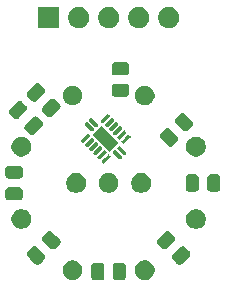
<source format=gbr>
%TF.GenerationSoftware,KiCad,Pcbnew,9.0.3-9.0.3-0~ubuntu22.04.1*%
%TF.CreationDate,2025-07-21T05:59:17-07:00*%
%TF.ProjectId,rotary-switch-shift,726f7461-7279-42d7-9377-697463682d73,rev?*%
%TF.SameCoordinates,Original*%
%TF.FileFunction,Soldermask,Top*%
%TF.FilePolarity,Negative*%
%FSLAX46Y46*%
G04 Gerber Fmt 4.6, Leading zero omitted, Abs format (unit mm)*
G04 Created by KiCad (PCBNEW 9.0.3-9.0.3-0~ubuntu22.04.1) date 2025-07-21 05:59:17*
%MOMM*%
%LPD*%
G01*
G04 APERTURE LIST*
G04 APERTURE END LIST*
G36*
X139415938Y-81769650D02*
G01*
X139424871Y-81773594D01*
X139431300Y-81774531D01*
X139471498Y-81794182D01*
X139512759Y-81812401D01*
X139516578Y-81816220D01*
X139516829Y-81816343D01*
X139583656Y-81883170D01*
X139583778Y-81883420D01*
X139587599Y-81887241D01*
X139605822Y-81928512D01*
X139625468Y-81968699D01*
X139626404Y-81975126D01*
X139630350Y-81984062D01*
X139638000Y-82050000D01*
X139638000Y-82950000D01*
X139630350Y-83015938D01*
X139626404Y-83024874D01*
X139625468Y-83031300D01*
X139605826Y-83071477D01*
X139587599Y-83112759D01*
X139583777Y-83116580D01*
X139583656Y-83116829D01*
X139516829Y-83183656D01*
X139516580Y-83183777D01*
X139512759Y-83187599D01*
X139471477Y-83205826D01*
X139431300Y-83225468D01*
X139424874Y-83226404D01*
X139415938Y-83230350D01*
X139350000Y-83238000D01*
X138825000Y-83238000D01*
X138759062Y-83230350D01*
X138750126Y-83226404D01*
X138743699Y-83225468D01*
X138703512Y-83205822D01*
X138662241Y-83187599D01*
X138658420Y-83183778D01*
X138658170Y-83183656D01*
X138591343Y-83116829D01*
X138591220Y-83116578D01*
X138587401Y-83112759D01*
X138569182Y-83071498D01*
X138549531Y-83031300D01*
X138548594Y-83024871D01*
X138544650Y-83015938D01*
X138537000Y-82950000D01*
X138537000Y-82050000D01*
X138544650Y-81984062D01*
X138548594Y-81975129D01*
X138549531Y-81968699D01*
X138569186Y-81928491D01*
X138587401Y-81887241D01*
X138591219Y-81883422D01*
X138591343Y-81883170D01*
X138658170Y-81816343D01*
X138658422Y-81816219D01*
X138662241Y-81812401D01*
X138703491Y-81794186D01*
X138743699Y-81774531D01*
X138750129Y-81773594D01*
X138759062Y-81769650D01*
X138825000Y-81762000D01*
X139350000Y-81762000D01*
X139415938Y-81769650D01*
G37*
G36*
X141240938Y-81769650D02*
G01*
X141249871Y-81773594D01*
X141256300Y-81774531D01*
X141296498Y-81794182D01*
X141337759Y-81812401D01*
X141341578Y-81816220D01*
X141341829Y-81816343D01*
X141408656Y-81883170D01*
X141408778Y-81883420D01*
X141412599Y-81887241D01*
X141430822Y-81928512D01*
X141450468Y-81968699D01*
X141451404Y-81975126D01*
X141455350Y-81984062D01*
X141463000Y-82050000D01*
X141463000Y-82950000D01*
X141455350Y-83015938D01*
X141451404Y-83024874D01*
X141450468Y-83031300D01*
X141430826Y-83071477D01*
X141412599Y-83112759D01*
X141408777Y-83116580D01*
X141408656Y-83116829D01*
X141341829Y-83183656D01*
X141341580Y-83183777D01*
X141337759Y-83187599D01*
X141296477Y-83205826D01*
X141256300Y-83225468D01*
X141249874Y-83226404D01*
X141240938Y-83230350D01*
X141175000Y-83238000D01*
X140650000Y-83238000D01*
X140584062Y-83230350D01*
X140575126Y-83226404D01*
X140568699Y-83225468D01*
X140528512Y-83205822D01*
X140487241Y-83187599D01*
X140483420Y-83183778D01*
X140483170Y-83183656D01*
X140416343Y-83116829D01*
X140416220Y-83116578D01*
X140412401Y-83112759D01*
X140394182Y-83071498D01*
X140374531Y-83031300D01*
X140373594Y-83024871D01*
X140369650Y-83015938D01*
X140362000Y-82950000D01*
X140362000Y-82050000D01*
X140369650Y-81984062D01*
X140373594Y-81975129D01*
X140374531Y-81968699D01*
X140394186Y-81928491D01*
X140412401Y-81887241D01*
X140416219Y-81883422D01*
X140416343Y-81883170D01*
X140483170Y-81816343D01*
X140483422Y-81816219D01*
X140487241Y-81812401D01*
X140528491Y-81794186D01*
X140568699Y-81774531D01*
X140575129Y-81773594D01*
X140584062Y-81769650D01*
X140650000Y-81762000D01*
X141175000Y-81762000D01*
X141240938Y-81769650D01*
G37*
G36*
X137181792Y-81589120D02*
G01*
X137333563Y-81651986D01*
X137470155Y-81743253D01*
X137586316Y-81859414D01*
X137677583Y-81996006D01*
X137740449Y-82147777D01*
X137772498Y-82308898D01*
X137772498Y-82473174D01*
X137740449Y-82634295D01*
X137677583Y-82786066D01*
X137586316Y-82922658D01*
X137470155Y-83038819D01*
X137333563Y-83130086D01*
X137181792Y-83192952D01*
X137020671Y-83225001D01*
X136856395Y-83225001D01*
X136695274Y-83192952D01*
X136543503Y-83130086D01*
X136406911Y-83038819D01*
X136290750Y-82922658D01*
X136199483Y-82786066D01*
X136136617Y-82634295D01*
X136104568Y-82473174D01*
X136104568Y-82308898D01*
X136136617Y-82147777D01*
X136199483Y-81996006D01*
X136290750Y-81859414D01*
X136406911Y-81743253D01*
X136543503Y-81651986D01*
X136695274Y-81589120D01*
X136856395Y-81557071D01*
X137020671Y-81557071D01*
X137181792Y-81589120D01*
G37*
G36*
X143304726Y-81589120D02*
G01*
X143456497Y-81651986D01*
X143593089Y-81743253D01*
X143709250Y-81859414D01*
X143800517Y-81996006D01*
X143863383Y-82147777D01*
X143895432Y-82308898D01*
X143895432Y-82473174D01*
X143863383Y-82634295D01*
X143800517Y-82786066D01*
X143709250Y-82922658D01*
X143593089Y-83038819D01*
X143456497Y-83130086D01*
X143304726Y-83192952D01*
X143143605Y-83225001D01*
X142979329Y-83225001D01*
X142818208Y-83192952D01*
X142666437Y-83130086D01*
X142529845Y-83038819D01*
X142413684Y-82922658D01*
X142322417Y-82786066D01*
X142259551Y-82634295D01*
X142227502Y-82473174D01*
X142227502Y-82308898D01*
X142259551Y-82147777D01*
X142322417Y-81996006D01*
X142413684Y-81859414D01*
X142529845Y-81743253D01*
X142666437Y-81651986D01*
X142818208Y-81589120D01*
X142979329Y-81557071D01*
X143143605Y-81557071D01*
X143304726Y-81589120D01*
G37*
G36*
X133769703Y-80358326D02*
G01*
X133775102Y-80358326D01*
X133817132Y-80374608D01*
X133859477Y-80389145D01*
X133864688Y-80393031D01*
X133873795Y-80396559D01*
X133925829Y-80437775D01*
X134091495Y-80603441D01*
X134558894Y-81070839D01*
X134558896Y-81070842D01*
X134562225Y-81074171D01*
X134603441Y-81126205D01*
X134606968Y-81135310D01*
X134610853Y-81140520D01*
X134625388Y-81182859D01*
X134641674Y-81224898D01*
X134641674Y-81230295D01*
X134641765Y-81230561D01*
X134641765Y-81325073D01*
X134641674Y-81325338D01*
X134641674Y-81330737D01*
X134625385Y-81372782D01*
X134610853Y-81415114D01*
X134606969Y-81420322D01*
X134603441Y-81429430D01*
X134562225Y-81481464D01*
X134454569Y-81589120D01*
X134194327Y-81849363D01*
X134194323Y-81849365D01*
X134190994Y-81852695D01*
X134138960Y-81893911D01*
X134129852Y-81897439D01*
X134124644Y-81901323D01*
X134082312Y-81915855D01*
X134040267Y-81932144D01*
X134034868Y-81932144D01*
X134034603Y-81932235D01*
X133940092Y-81932235D01*
X133939827Y-81932144D01*
X133934428Y-81932144D01*
X133892389Y-81915858D01*
X133850052Y-81901324D01*
X133844842Y-81897439D01*
X133835735Y-81893911D01*
X133783701Y-81852695D01*
X133346120Y-81415114D01*
X133150635Y-81219630D01*
X133150632Y-81219626D01*
X133147305Y-81216299D01*
X133106089Y-81164265D01*
X133102561Y-81155160D01*
X133098676Y-81149949D01*
X133084139Y-81107605D01*
X133067856Y-81065572D01*
X133067856Y-81060173D01*
X133067765Y-81059908D01*
X133067765Y-80965396D01*
X133067856Y-80965130D01*
X133067856Y-80959733D01*
X133084136Y-80917706D01*
X133098676Y-80875355D01*
X133102562Y-80870142D01*
X133106089Y-80861040D01*
X133147305Y-80809006D01*
X133150634Y-80805676D01*
X133150637Y-80805673D01*
X133515202Y-80441106D01*
X133515213Y-80441097D01*
X133518536Y-80437775D01*
X133570570Y-80396559D01*
X133579672Y-80393032D01*
X133584885Y-80389146D01*
X133627233Y-80374608D01*
X133669263Y-80358326D01*
X133674662Y-80358326D01*
X133674927Y-80358235D01*
X133769438Y-80358235D01*
X133769703Y-80358326D01*
G37*
G36*
X146325338Y-80358326D02*
G01*
X146330737Y-80358326D01*
X146372770Y-80374609D01*
X146415114Y-80389146D01*
X146420325Y-80393031D01*
X146429430Y-80396559D01*
X146481464Y-80437775D01*
X146484795Y-80441106D01*
X146484796Y-80441107D01*
X146849363Y-80805672D01*
X146849368Y-80805679D01*
X146852695Y-80809006D01*
X146893911Y-80861040D01*
X146897438Y-80870145D01*
X146901323Y-80875355D01*
X146915858Y-80917694D01*
X146932144Y-80959733D01*
X146932144Y-80965130D01*
X146932235Y-80965396D01*
X146932235Y-81059908D01*
X146932144Y-81060173D01*
X146932144Y-81065572D01*
X146915857Y-81107614D01*
X146901324Y-81149947D01*
X146897439Y-81155155D01*
X146893911Y-81164265D01*
X146852695Y-81216299D01*
X146216299Y-81852695D01*
X146164265Y-81893911D01*
X146155157Y-81897439D01*
X146149949Y-81901323D01*
X146107617Y-81915855D01*
X146065572Y-81932144D01*
X146060173Y-81932144D01*
X146059908Y-81932235D01*
X145965397Y-81932235D01*
X145965132Y-81932144D01*
X145959733Y-81932144D01*
X145917691Y-81915857D01*
X145875355Y-81901323D01*
X145870145Y-81897438D01*
X145861040Y-81893911D01*
X145809006Y-81852695D01*
X145718311Y-81762000D01*
X145441106Y-81484797D01*
X145441100Y-81484789D01*
X145437775Y-81481464D01*
X145396559Y-81429430D01*
X145393031Y-81420325D01*
X145389146Y-81415114D01*
X145374609Y-81372770D01*
X145358326Y-81330737D01*
X145358326Y-81325338D01*
X145358235Y-81325073D01*
X145358235Y-81230561D01*
X145358326Y-81230295D01*
X145358326Y-81224898D01*
X145374605Y-81182875D01*
X145389145Y-81140522D01*
X145393031Y-81135309D01*
X145396559Y-81126205D01*
X145437775Y-81074171D01*
X145552213Y-80959733D01*
X146070839Y-80441105D01*
X146070846Y-80441099D01*
X146074171Y-80437775D01*
X146126205Y-80396559D01*
X146135307Y-80393032D01*
X146140520Y-80389146D01*
X146182868Y-80374608D01*
X146224898Y-80358326D01*
X146230297Y-80358326D01*
X146230562Y-80358235D01*
X146325073Y-80358235D01*
X146325338Y-80358326D01*
G37*
G36*
X135060173Y-79067856D02*
G01*
X135065572Y-79067856D01*
X135107602Y-79084138D01*
X135149947Y-79098675D01*
X135155158Y-79102561D01*
X135164265Y-79106089D01*
X135216299Y-79147305D01*
X135534498Y-79465504D01*
X135849364Y-79780369D01*
X135849366Y-79780372D01*
X135852695Y-79783701D01*
X135893911Y-79835735D01*
X135897438Y-79844840D01*
X135901323Y-79850050D01*
X135915858Y-79892389D01*
X135932144Y-79934428D01*
X135932144Y-79939825D01*
X135932235Y-79940091D01*
X135932235Y-80034603D01*
X135932144Y-80034868D01*
X135932144Y-80040267D01*
X135915855Y-80082312D01*
X135901323Y-80124644D01*
X135897439Y-80129852D01*
X135893911Y-80138960D01*
X135852695Y-80190994D01*
X135685454Y-80358235D01*
X135484797Y-80558893D01*
X135484793Y-80558895D01*
X135481464Y-80562225D01*
X135429430Y-80603441D01*
X135420322Y-80606969D01*
X135415114Y-80610853D01*
X135372782Y-80625385D01*
X135330737Y-80641674D01*
X135325338Y-80641674D01*
X135325073Y-80641765D01*
X135230562Y-80641765D01*
X135230297Y-80641674D01*
X135224898Y-80641674D01*
X135182859Y-80625388D01*
X135140522Y-80610854D01*
X135135312Y-80606969D01*
X135126205Y-80603441D01*
X135074171Y-80562225D01*
X134636590Y-80124644D01*
X134441105Y-79929160D01*
X134441102Y-79929156D01*
X134437775Y-79925829D01*
X134396559Y-79873795D01*
X134393031Y-79864690D01*
X134389146Y-79859479D01*
X134374609Y-79817135D01*
X134358326Y-79775102D01*
X134358326Y-79769703D01*
X134358235Y-79769438D01*
X134358235Y-79674926D01*
X134358326Y-79674660D01*
X134358326Y-79669263D01*
X134374606Y-79627236D01*
X134389146Y-79584885D01*
X134393032Y-79579672D01*
X134396559Y-79570570D01*
X134437775Y-79518536D01*
X134441104Y-79515206D01*
X134441107Y-79515203D01*
X134805672Y-79150636D01*
X134805683Y-79150627D01*
X134809006Y-79147305D01*
X134861040Y-79106089D01*
X134870142Y-79102562D01*
X134875355Y-79098676D01*
X134917703Y-79084138D01*
X134959733Y-79067856D01*
X134965132Y-79067856D01*
X134965397Y-79067765D01*
X135059908Y-79067765D01*
X135060173Y-79067856D01*
G37*
G36*
X145034868Y-79067856D02*
G01*
X145040267Y-79067856D01*
X145082300Y-79084139D01*
X145124644Y-79098676D01*
X145129855Y-79102561D01*
X145138960Y-79106089D01*
X145190994Y-79147305D01*
X145194325Y-79150636D01*
X145194326Y-79150637D01*
X145558893Y-79515202D01*
X145558898Y-79515209D01*
X145562225Y-79518536D01*
X145603441Y-79570570D01*
X145606968Y-79579675D01*
X145610853Y-79584885D01*
X145625388Y-79627224D01*
X145641674Y-79669263D01*
X145641674Y-79674660D01*
X145641765Y-79674926D01*
X145641765Y-79769438D01*
X145641674Y-79769703D01*
X145641674Y-79775102D01*
X145625387Y-79817144D01*
X145610854Y-79859477D01*
X145606969Y-79864685D01*
X145603441Y-79873795D01*
X145562225Y-79925829D01*
X144925829Y-80562225D01*
X144873795Y-80603441D01*
X144864687Y-80606969D01*
X144859479Y-80610853D01*
X144817147Y-80625385D01*
X144775102Y-80641674D01*
X144769703Y-80641674D01*
X144769438Y-80641765D01*
X144674927Y-80641765D01*
X144674662Y-80641674D01*
X144669263Y-80641674D01*
X144627221Y-80625387D01*
X144584885Y-80610853D01*
X144579675Y-80606968D01*
X144570570Y-80603441D01*
X144518536Y-80562225D01*
X144515200Y-80558889D01*
X144150636Y-80194327D01*
X144150630Y-80194319D01*
X144147305Y-80190994D01*
X144106089Y-80138960D01*
X144102561Y-80129855D01*
X144098676Y-80124644D01*
X144084139Y-80082300D01*
X144067856Y-80040267D01*
X144067856Y-80034868D01*
X144067765Y-80034603D01*
X144067765Y-79940091D01*
X144067856Y-79939825D01*
X144067856Y-79934428D01*
X144084135Y-79892405D01*
X144098675Y-79850052D01*
X144102561Y-79844839D01*
X144106089Y-79835735D01*
X144147305Y-79783701D01*
X144261743Y-79669263D01*
X144780369Y-79150635D01*
X144780376Y-79150629D01*
X144783701Y-79147305D01*
X144835735Y-79106089D01*
X144844837Y-79102562D01*
X144850050Y-79098676D01*
X144892398Y-79084138D01*
X144934428Y-79067856D01*
X144939827Y-79067856D01*
X144940092Y-79067765D01*
X145034603Y-79067765D01*
X145034868Y-79067856D01*
G37*
G36*
X132852223Y-77259551D02*
G01*
X133003994Y-77322417D01*
X133140586Y-77413684D01*
X133256747Y-77529845D01*
X133348014Y-77666437D01*
X133410880Y-77818208D01*
X133442929Y-77979329D01*
X133442929Y-78143605D01*
X133410880Y-78304726D01*
X133348014Y-78456497D01*
X133256747Y-78593089D01*
X133140586Y-78709250D01*
X133003994Y-78800517D01*
X132852223Y-78863383D01*
X132691102Y-78895432D01*
X132526826Y-78895432D01*
X132365705Y-78863383D01*
X132213934Y-78800517D01*
X132077342Y-78709250D01*
X131961181Y-78593089D01*
X131869914Y-78456497D01*
X131807048Y-78304726D01*
X131774999Y-78143605D01*
X131774999Y-77979329D01*
X131807048Y-77818208D01*
X131869914Y-77666437D01*
X131961181Y-77529845D01*
X132077342Y-77413684D01*
X132213934Y-77322417D01*
X132365705Y-77259551D01*
X132526826Y-77227502D01*
X132691102Y-77227502D01*
X132852223Y-77259551D01*
G37*
G36*
X147634295Y-77259551D02*
G01*
X147786066Y-77322417D01*
X147922658Y-77413684D01*
X148038819Y-77529845D01*
X148130086Y-77666437D01*
X148192952Y-77818208D01*
X148225001Y-77979329D01*
X148225001Y-78143605D01*
X148192952Y-78304726D01*
X148130086Y-78456497D01*
X148038819Y-78593089D01*
X147922658Y-78709250D01*
X147786066Y-78800517D01*
X147634295Y-78863383D01*
X147473174Y-78895432D01*
X147308898Y-78895432D01*
X147147777Y-78863383D01*
X146996006Y-78800517D01*
X146859414Y-78709250D01*
X146743253Y-78593089D01*
X146651986Y-78456497D01*
X146589120Y-78304726D01*
X146557071Y-78143605D01*
X146557071Y-77979329D01*
X146589120Y-77818208D01*
X146651986Y-77666437D01*
X146743253Y-77529845D01*
X146859414Y-77413684D01*
X146996006Y-77322417D01*
X147147777Y-77259551D01*
X147308898Y-77227502D01*
X147473174Y-77227502D01*
X147634295Y-77259551D01*
G37*
G36*
X132515938Y-75369650D02*
G01*
X132524871Y-75373594D01*
X132531300Y-75374531D01*
X132571498Y-75394182D01*
X132612759Y-75412401D01*
X132616578Y-75416220D01*
X132616829Y-75416343D01*
X132683656Y-75483170D01*
X132683778Y-75483420D01*
X132687599Y-75487241D01*
X132705822Y-75528512D01*
X132725468Y-75568699D01*
X132726404Y-75575126D01*
X132730350Y-75584062D01*
X132738000Y-75650000D01*
X132738000Y-76175000D01*
X132730350Y-76240938D01*
X132726404Y-76249874D01*
X132725468Y-76256300D01*
X132705826Y-76296477D01*
X132687599Y-76337759D01*
X132683777Y-76341580D01*
X132683656Y-76341829D01*
X132616829Y-76408656D01*
X132616580Y-76408777D01*
X132612759Y-76412599D01*
X132571477Y-76430826D01*
X132531300Y-76450468D01*
X132524874Y-76451404D01*
X132515938Y-76455350D01*
X132450000Y-76463000D01*
X131550000Y-76463000D01*
X131484062Y-76455350D01*
X131475126Y-76451404D01*
X131468699Y-76450468D01*
X131428512Y-76430822D01*
X131387241Y-76412599D01*
X131383420Y-76408778D01*
X131383170Y-76408656D01*
X131316343Y-76341829D01*
X131316220Y-76341578D01*
X131312401Y-76337759D01*
X131294182Y-76296498D01*
X131274531Y-76256300D01*
X131273594Y-76249871D01*
X131269650Y-76240938D01*
X131262000Y-76175000D01*
X131262000Y-75650000D01*
X131269650Y-75584062D01*
X131273594Y-75575129D01*
X131274531Y-75568699D01*
X131294186Y-75528491D01*
X131312401Y-75487241D01*
X131316219Y-75483422D01*
X131316343Y-75483170D01*
X131383170Y-75416343D01*
X131383422Y-75416219D01*
X131387241Y-75412401D01*
X131428491Y-75394186D01*
X131468699Y-75374531D01*
X131475129Y-75373594D01*
X131484062Y-75369650D01*
X131550000Y-75362000D01*
X132450000Y-75362000D01*
X132515938Y-75369650D01*
G37*
G36*
X137493259Y-74198084D02*
G01*
X137645030Y-74260950D01*
X137781622Y-74352217D01*
X137897783Y-74468378D01*
X137989050Y-74604970D01*
X138051916Y-74756741D01*
X138083965Y-74917862D01*
X138083965Y-75082138D01*
X138051916Y-75243259D01*
X137989050Y-75395030D01*
X137897783Y-75531622D01*
X137781622Y-75647783D01*
X137645030Y-75739050D01*
X137493259Y-75801916D01*
X137332138Y-75833965D01*
X137167862Y-75833965D01*
X137006741Y-75801916D01*
X136854970Y-75739050D01*
X136718378Y-75647783D01*
X136602217Y-75531622D01*
X136510950Y-75395030D01*
X136448084Y-75243259D01*
X136416035Y-75082138D01*
X136416035Y-74917862D01*
X136448084Y-74756741D01*
X136510950Y-74604970D01*
X136602217Y-74468378D01*
X136718378Y-74352217D01*
X136854970Y-74260950D01*
X137006741Y-74198084D01*
X137167862Y-74166035D01*
X137332138Y-74166035D01*
X137493259Y-74198084D01*
G37*
G36*
X140243259Y-74198084D02*
G01*
X140395030Y-74260950D01*
X140531622Y-74352217D01*
X140647783Y-74468378D01*
X140739050Y-74604970D01*
X140801916Y-74756741D01*
X140833965Y-74917862D01*
X140833965Y-75082138D01*
X140801916Y-75243259D01*
X140739050Y-75395030D01*
X140647783Y-75531622D01*
X140531622Y-75647783D01*
X140395030Y-75739050D01*
X140243259Y-75801916D01*
X140082138Y-75833965D01*
X139917862Y-75833965D01*
X139756741Y-75801916D01*
X139604970Y-75739050D01*
X139468378Y-75647783D01*
X139352217Y-75531622D01*
X139260950Y-75395030D01*
X139198084Y-75243259D01*
X139166035Y-75082138D01*
X139166035Y-74917862D01*
X139198084Y-74756741D01*
X139260950Y-74604970D01*
X139352217Y-74468378D01*
X139468378Y-74352217D01*
X139604970Y-74260950D01*
X139756741Y-74198084D01*
X139917862Y-74166035D01*
X140082138Y-74166035D01*
X140243259Y-74198084D01*
G37*
G36*
X142993259Y-74198084D02*
G01*
X143145030Y-74260950D01*
X143281622Y-74352217D01*
X143397783Y-74468378D01*
X143489050Y-74604970D01*
X143551916Y-74756741D01*
X143583965Y-74917862D01*
X143583965Y-75082138D01*
X143551916Y-75243259D01*
X143489050Y-75395030D01*
X143397783Y-75531622D01*
X143281622Y-75647783D01*
X143145030Y-75739050D01*
X142993259Y-75801916D01*
X142832138Y-75833965D01*
X142667862Y-75833965D01*
X142506741Y-75801916D01*
X142354970Y-75739050D01*
X142218378Y-75647783D01*
X142102217Y-75531622D01*
X142010950Y-75395030D01*
X141948084Y-75243259D01*
X141916035Y-75082138D01*
X141916035Y-74917862D01*
X141948084Y-74756741D01*
X142010950Y-74604970D01*
X142102217Y-74468378D01*
X142218378Y-74352217D01*
X142354970Y-74260950D01*
X142506741Y-74198084D01*
X142667862Y-74166035D01*
X142832138Y-74166035D01*
X142993259Y-74198084D01*
G37*
G36*
X147415938Y-74269650D02*
G01*
X147424871Y-74273594D01*
X147431300Y-74274531D01*
X147471498Y-74294182D01*
X147512759Y-74312401D01*
X147516578Y-74316220D01*
X147516829Y-74316343D01*
X147583656Y-74383170D01*
X147583778Y-74383420D01*
X147587599Y-74387241D01*
X147605822Y-74428512D01*
X147625468Y-74468699D01*
X147626404Y-74475126D01*
X147630350Y-74484062D01*
X147638000Y-74550000D01*
X147638000Y-75450000D01*
X147630350Y-75515938D01*
X147626404Y-75524874D01*
X147625468Y-75531300D01*
X147605826Y-75571477D01*
X147587599Y-75612759D01*
X147583777Y-75616580D01*
X147583656Y-75616829D01*
X147516829Y-75683656D01*
X147516580Y-75683777D01*
X147512759Y-75687599D01*
X147471477Y-75705826D01*
X147431300Y-75725468D01*
X147424874Y-75726404D01*
X147415938Y-75730350D01*
X147350000Y-75738000D01*
X146825000Y-75738000D01*
X146759062Y-75730350D01*
X146750126Y-75726404D01*
X146743699Y-75725468D01*
X146703512Y-75705822D01*
X146662241Y-75687599D01*
X146658420Y-75683778D01*
X146658170Y-75683656D01*
X146591343Y-75616829D01*
X146591220Y-75616578D01*
X146587401Y-75612759D01*
X146569182Y-75571498D01*
X146549531Y-75531300D01*
X146548594Y-75524871D01*
X146544650Y-75515938D01*
X146537000Y-75450000D01*
X146537000Y-74550000D01*
X146544650Y-74484062D01*
X146548594Y-74475129D01*
X146549531Y-74468699D01*
X146569186Y-74428491D01*
X146587401Y-74387241D01*
X146591219Y-74383422D01*
X146591343Y-74383170D01*
X146658170Y-74316343D01*
X146658422Y-74316219D01*
X146662241Y-74312401D01*
X146703491Y-74294186D01*
X146743699Y-74274531D01*
X146750129Y-74273594D01*
X146759062Y-74269650D01*
X146825000Y-74262000D01*
X147350000Y-74262000D01*
X147415938Y-74269650D01*
G37*
G36*
X149240938Y-74269650D02*
G01*
X149249871Y-74273594D01*
X149256300Y-74274531D01*
X149296498Y-74294182D01*
X149337759Y-74312401D01*
X149341578Y-74316220D01*
X149341829Y-74316343D01*
X149408656Y-74383170D01*
X149408778Y-74383420D01*
X149412599Y-74387241D01*
X149430822Y-74428512D01*
X149450468Y-74468699D01*
X149451404Y-74475126D01*
X149455350Y-74484062D01*
X149463000Y-74550000D01*
X149463000Y-75450000D01*
X149455350Y-75515938D01*
X149451404Y-75524874D01*
X149450468Y-75531300D01*
X149430826Y-75571477D01*
X149412599Y-75612759D01*
X149408777Y-75616580D01*
X149408656Y-75616829D01*
X149341829Y-75683656D01*
X149341580Y-75683777D01*
X149337759Y-75687599D01*
X149296477Y-75705826D01*
X149256300Y-75725468D01*
X149249874Y-75726404D01*
X149240938Y-75730350D01*
X149175000Y-75738000D01*
X148650000Y-75738000D01*
X148584062Y-75730350D01*
X148575126Y-75726404D01*
X148568699Y-75725468D01*
X148528512Y-75705822D01*
X148487241Y-75687599D01*
X148483420Y-75683778D01*
X148483170Y-75683656D01*
X148416343Y-75616829D01*
X148416220Y-75616578D01*
X148412401Y-75612759D01*
X148394182Y-75571498D01*
X148374531Y-75531300D01*
X148373594Y-75524871D01*
X148369650Y-75515938D01*
X148362000Y-75450000D01*
X148362000Y-74550000D01*
X148369650Y-74484062D01*
X148373594Y-74475129D01*
X148374531Y-74468699D01*
X148394186Y-74428491D01*
X148412401Y-74387241D01*
X148416219Y-74383422D01*
X148416343Y-74383170D01*
X148483170Y-74316343D01*
X148483422Y-74316219D01*
X148487241Y-74312401D01*
X148528491Y-74294186D01*
X148568699Y-74274531D01*
X148575129Y-74273594D01*
X148584062Y-74269650D01*
X148650000Y-74262000D01*
X149175000Y-74262000D01*
X149240938Y-74269650D01*
G37*
G36*
X132515938Y-73544650D02*
G01*
X132524871Y-73548594D01*
X132531300Y-73549531D01*
X132571498Y-73569182D01*
X132612759Y-73587401D01*
X132616578Y-73591220D01*
X132616829Y-73591343D01*
X132683656Y-73658170D01*
X132683778Y-73658420D01*
X132687599Y-73662241D01*
X132705822Y-73703512D01*
X132725468Y-73743699D01*
X132726404Y-73750126D01*
X132730350Y-73759062D01*
X132738000Y-73825000D01*
X132738000Y-74350000D01*
X132730350Y-74415938D01*
X132726404Y-74424874D01*
X132725468Y-74431300D01*
X132705826Y-74471477D01*
X132687599Y-74512759D01*
X132683777Y-74516580D01*
X132683656Y-74516829D01*
X132616829Y-74583656D01*
X132616580Y-74583777D01*
X132612759Y-74587599D01*
X132571477Y-74605826D01*
X132531300Y-74625468D01*
X132524874Y-74626404D01*
X132515938Y-74630350D01*
X132450000Y-74638000D01*
X131550000Y-74638000D01*
X131484062Y-74630350D01*
X131475126Y-74626404D01*
X131468699Y-74625468D01*
X131428512Y-74605822D01*
X131387241Y-74587599D01*
X131383420Y-74583778D01*
X131383170Y-74583656D01*
X131316343Y-74516829D01*
X131316220Y-74516578D01*
X131312401Y-74512759D01*
X131294182Y-74471498D01*
X131274531Y-74431300D01*
X131273594Y-74424871D01*
X131269650Y-74415938D01*
X131262000Y-74350000D01*
X131262000Y-73825000D01*
X131269650Y-73759062D01*
X131273594Y-73750129D01*
X131274531Y-73743699D01*
X131294186Y-73703491D01*
X131312401Y-73662241D01*
X131316219Y-73658422D01*
X131316343Y-73658170D01*
X131383170Y-73591343D01*
X131383422Y-73591219D01*
X131387241Y-73587401D01*
X131428491Y-73569186D01*
X131468699Y-73549531D01*
X131475129Y-73548594D01*
X131484062Y-73544650D01*
X131550000Y-73537000D01*
X132450000Y-73537000D01*
X132515938Y-73544650D01*
G37*
G36*
X140035947Y-72589041D02*
G01*
X140068551Y-72610827D01*
X140073078Y-72615354D01*
X140152410Y-72694685D01*
X140152412Y-72694688D01*
X140156940Y-72699216D01*
X140178726Y-72731820D01*
X140186375Y-72770280D01*
X140178726Y-72808739D01*
X140156940Y-72841344D01*
X139661965Y-73336319D01*
X139629360Y-73358105D01*
X139590901Y-73365754D01*
X139552441Y-73358105D01*
X139519837Y-73336319D01*
X139515307Y-73331789D01*
X139435977Y-73252460D01*
X139435974Y-73252456D01*
X139431448Y-73247930D01*
X139409662Y-73215326D01*
X139402013Y-73176866D01*
X139409662Y-73138407D01*
X139431448Y-73105802D01*
X139675967Y-72861283D01*
X139921893Y-72615356D01*
X139921896Y-72615353D01*
X139926423Y-72610827D01*
X139959028Y-72589041D01*
X139997487Y-72581392D01*
X140035947Y-72589041D01*
G37*
G36*
X139682394Y-72235487D02*
G01*
X139714998Y-72257273D01*
X139719525Y-72261800D01*
X139798857Y-72341131D01*
X139798859Y-72341134D01*
X139803387Y-72345662D01*
X139825173Y-72378266D01*
X139832822Y-72416726D01*
X139825173Y-72455185D01*
X139803387Y-72487790D01*
X139308412Y-72982765D01*
X139275807Y-73004551D01*
X139237348Y-73012200D01*
X139198888Y-73004551D01*
X139166284Y-72982765D01*
X139161754Y-72978235D01*
X139082424Y-72898906D01*
X139082421Y-72898902D01*
X139077895Y-72894376D01*
X139056109Y-72861772D01*
X139048460Y-72823312D01*
X139056109Y-72784853D01*
X139077895Y-72752248D01*
X139322413Y-72507730D01*
X139568340Y-72261802D01*
X139568343Y-72261799D01*
X139572870Y-72257273D01*
X139605475Y-72235487D01*
X139643934Y-72227838D01*
X139682394Y-72235487D01*
G37*
G36*
X140601632Y-72235487D02*
G01*
X140634237Y-72257273D01*
X141129212Y-72752248D01*
X141150998Y-72784853D01*
X141158647Y-72823312D01*
X141150998Y-72861772D01*
X141129212Y-72894376D01*
X141040823Y-72982765D01*
X141008219Y-73004551D01*
X140969759Y-73012200D01*
X140931300Y-73004551D01*
X140898695Y-72982765D01*
X140403720Y-72487790D01*
X140381934Y-72455185D01*
X140374285Y-72416726D01*
X140381934Y-72378266D01*
X140403720Y-72345662D01*
X140408244Y-72341137D01*
X140408247Y-72341134D01*
X140487578Y-72261802D01*
X140487584Y-72261797D01*
X140492109Y-72257273D01*
X140524713Y-72235487D01*
X140563173Y-72227838D01*
X140601632Y-72235487D01*
G37*
G36*
X132852223Y-71136617D02*
G01*
X133003994Y-71199483D01*
X133140586Y-71290750D01*
X133256747Y-71406911D01*
X133348014Y-71543503D01*
X133410880Y-71695274D01*
X133442929Y-71856395D01*
X133442929Y-72020671D01*
X133410880Y-72181792D01*
X133348014Y-72333563D01*
X133256747Y-72470155D01*
X133140586Y-72586316D01*
X133003994Y-72677583D01*
X132852223Y-72740449D01*
X132691102Y-72772498D01*
X132526826Y-72772498D01*
X132365705Y-72740449D01*
X132213934Y-72677583D01*
X132077342Y-72586316D01*
X131961181Y-72470155D01*
X131869914Y-72333563D01*
X131807048Y-72181792D01*
X131774999Y-72020671D01*
X131774999Y-71856395D01*
X131807048Y-71695274D01*
X131869914Y-71543503D01*
X131961181Y-71406911D01*
X132077342Y-71290750D01*
X132213934Y-71199483D01*
X132365705Y-71136617D01*
X132526826Y-71104568D01*
X132691102Y-71104568D01*
X132852223Y-71136617D01*
G37*
G36*
X147634295Y-71136617D02*
G01*
X147786066Y-71199483D01*
X147922658Y-71290750D01*
X148038819Y-71406911D01*
X148130086Y-71543503D01*
X148192952Y-71695274D01*
X148225001Y-71856395D01*
X148225001Y-72020671D01*
X148192952Y-72181792D01*
X148130086Y-72333563D01*
X148038819Y-72470155D01*
X147922658Y-72586316D01*
X147786066Y-72677583D01*
X147634295Y-72740449D01*
X147473174Y-72772498D01*
X147308898Y-72772498D01*
X147147777Y-72740449D01*
X146996006Y-72677583D01*
X146859414Y-72586316D01*
X146743253Y-72470155D01*
X146651986Y-72333563D01*
X146589120Y-72181792D01*
X146557071Y-72020671D01*
X146557071Y-71856395D01*
X146589120Y-71695274D01*
X146651986Y-71543503D01*
X146743253Y-71406911D01*
X146859414Y-71290750D01*
X146996006Y-71199483D01*
X147147777Y-71136617D01*
X147308898Y-71104568D01*
X147473174Y-71104568D01*
X147634295Y-71136617D01*
G37*
G36*
X139328840Y-71881934D02*
G01*
X139361444Y-71903720D01*
X139365971Y-71908247D01*
X139445303Y-71987578D01*
X139445305Y-71987581D01*
X139449833Y-71992109D01*
X139471619Y-72024713D01*
X139479268Y-72063173D01*
X139471619Y-72101632D01*
X139449833Y-72134237D01*
X138954858Y-72629212D01*
X138922253Y-72650998D01*
X138883794Y-72658647D01*
X138845334Y-72650998D01*
X138812730Y-72629212D01*
X138769590Y-72586072D01*
X138728870Y-72545353D01*
X138728867Y-72545349D01*
X138724341Y-72540823D01*
X138702555Y-72508219D01*
X138694906Y-72469759D01*
X138702555Y-72431300D01*
X138724341Y-72398695D01*
X138968859Y-72154177D01*
X139214786Y-71908249D01*
X139214789Y-71908246D01*
X139219316Y-71903720D01*
X139251921Y-71881934D01*
X139290380Y-71874285D01*
X139328840Y-71881934D01*
G37*
G36*
X140955185Y-71881934D02*
G01*
X140987790Y-71903720D01*
X141482765Y-72398695D01*
X141504551Y-72431300D01*
X141512200Y-72469759D01*
X141504551Y-72508219D01*
X141482765Y-72540823D01*
X141394376Y-72629212D01*
X141361772Y-72650998D01*
X141323312Y-72658647D01*
X141284853Y-72650998D01*
X141252248Y-72629212D01*
X140757273Y-72134237D01*
X140735487Y-72101632D01*
X140727838Y-72063173D01*
X140735487Y-72024713D01*
X140757273Y-71992109D01*
X140761797Y-71987584D01*
X140761800Y-71987581D01*
X140841131Y-71908249D01*
X140841137Y-71908244D01*
X140845662Y-71903720D01*
X140878266Y-71881934D01*
X140916726Y-71874285D01*
X140955185Y-71881934D01*
G37*
G36*
X139410988Y-70154233D02*
G01*
X139423317Y-70162470D01*
X140837530Y-71576683D01*
X140845767Y-71589012D01*
X140848660Y-71603553D01*
X140845767Y-71618095D01*
X140837530Y-71630423D01*
X140130423Y-72337530D01*
X140118095Y-72345767D01*
X140103553Y-72348660D01*
X140089012Y-72345767D01*
X140076683Y-72337530D01*
X138662470Y-70923317D01*
X138654233Y-70910988D01*
X138651340Y-70896447D01*
X138654233Y-70881905D01*
X138662470Y-70869577D01*
X138666995Y-70865051D01*
X138666998Y-70865048D01*
X139365049Y-70166996D01*
X139365055Y-70166991D01*
X139369577Y-70162470D01*
X139381905Y-70154233D01*
X139396447Y-70151340D01*
X139410988Y-70154233D01*
G37*
G36*
X138975287Y-71528381D02*
G01*
X139007891Y-71550167D01*
X139012418Y-71554694D01*
X139091750Y-71634025D01*
X139091752Y-71634028D01*
X139096280Y-71638556D01*
X139118066Y-71671160D01*
X139125715Y-71709620D01*
X139118066Y-71748079D01*
X139096280Y-71780684D01*
X138601305Y-72275659D01*
X138568700Y-72297445D01*
X138530241Y-72305094D01*
X138491781Y-72297445D01*
X138459177Y-72275659D01*
X138419005Y-72235487D01*
X138375317Y-72191800D01*
X138375314Y-72191796D01*
X138370788Y-72187270D01*
X138349002Y-72154666D01*
X138341353Y-72116206D01*
X138349002Y-72077747D01*
X138370788Y-72045142D01*
X138615307Y-71800623D01*
X138861233Y-71554696D01*
X138861236Y-71554693D01*
X138865763Y-71550167D01*
X138898368Y-71528381D01*
X138936827Y-71520732D01*
X138975287Y-71528381D01*
G37*
G36*
X138621734Y-71174827D02*
G01*
X138654338Y-71196613D01*
X138658865Y-71201140D01*
X138738197Y-71280471D01*
X138738199Y-71280474D01*
X138742727Y-71285002D01*
X138764513Y-71317606D01*
X138772162Y-71356066D01*
X138764513Y-71394525D01*
X138742727Y-71427130D01*
X138247752Y-71922105D01*
X138215147Y-71943891D01*
X138176688Y-71951540D01*
X138138228Y-71943891D01*
X138105624Y-71922105D01*
X138065453Y-71881934D01*
X138021764Y-71838246D01*
X138021761Y-71838242D01*
X138017235Y-71833716D01*
X137995449Y-71801112D01*
X137987800Y-71762652D01*
X137995449Y-71724193D01*
X138017235Y-71691588D01*
X138261753Y-71447070D01*
X138507680Y-71201142D01*
X138507683Y-71201139D01*
X138512210Y-71196613D01*
X138544815Y-71174827D01*
X138583274Y-71167178D01*
X138621734Y-71174827D01*
G37*
G36*
X145019703Y-70358326D02*
G01*
X145025102Y-70358326D01*
X145067132Y-70374608D01*
X145109477Y-70389145D01*
X145114688Y-70393031D01*
X145123795Y-70396559D01*
X145175829Y-70437775D01*
X145341495Y-70603441D01*
X145808894Y-71070839D01*
X145808896Y-71070842D01*
X145812225Y-71074171D01*
X145853441Y-71126205D01*
X145856968Y-71135310D01*
X145860853Y-71140520D01*
X145875388Y-71182859D01*
X145891674Y-71224898D01*
X145891674Y-71230295D01*
X145891765Y-71230561D01*
X145891765Y-71325073D01*
X145891674Y-71325338D01*
X145891674Y-71330737D01*
X145875385Y-71372782D01*
X145860853Y-71415114D01*
X145856969Y-71420322D01*
X145853441Y-71429430D01*
X145812225Y-71481464D01*
X145717006Y-71576683D01*
X145444327Y-71849363D01*
X145444323Y-71849365D01*
X145440994Y-71852695D01*
X145388960Y-71893911D01*
X145379852Y-71897439D01*
X145374644Y-71901323D01*
X145332312Y-71915855D01*
X145290267Y-71932144D01*
X145284868Y-71932144D01*
X145284603Y-71932235D01*
X145190092Y-71932235D01*
X145189827Y-71932144D01*
X145184428Y-71932144D01*
X145142389Y-71915858D01*
X145100052Y-71901324D01*
X145094842Y-71897439D01*
X145085735Y-71893911D01*
X145033701Y-71852695D01*
X144575043Y-71394037D01*
X144400635Y-71219630D01*
X144400632Y-71219626D01*
X144397305Y-71216299D01*
X144356089Y-71164265D01*
X144352561Y-71155160D01*
X144348676Y-71149949D01*
X144334139Y-71107605D01*
X144317856Y-71065572D01*
X144317856Y-71060173D01*
X144317765Y-71059908D01*
X144317765Y-70965396D01*
X144317856Y-70965130D01*
X144317856Y-70959733D01*
X144334136Y-70917706D01*
X144348676Y-70875355D01*
X144352562Y-70870142D01*
X144356089Y-70861040D01*
X144397305Y-70809006D01*
X144400634Y-70805676D01*
X144400637Y-70805673D01*
X144765202Y-70441106D01*
X144765213Y-70441097D01*
X144768536Y-70437775D01*
X144820570Y-70396559D01*
X144829672Y-70393032D01*
X144834885Y-70389146D01*
X144877233Y-70374608D01*
X144919263Y-70358326D01*
X144924662Y-70358326D01*
X144924927Y-70358235D01*
X145019438Y-70358235D01*
X145019703Y-70358326D01*
G37*
G36*
X141715326Y-70909662D02*
G01*
X141747930Y-70931448D01*
X141752457Y-70935975D01*
X141831789Y-71015306D01*
X141831791Y-71015309D01*
X141836319Y-71019837D01*
X141858105Y-71052441D01*
X141865754Y-71090901D01*
X141858105Y-71129360D01*
X141836319Y-71161965D01*
X141341344Y-71656940D01*
X141308739Y-71678726D01*
X141270280Y-71686375D01*
X141231820Y-71678726D01*
X141199216Y-71656940D01*
X141159883Y-71617607D01*
X141115356Y-71573081D01*
X141115353Y-71573077D01*
X141110827Y-71568551D01*
X141089041Y-71535947D01*
X141081392Y-71497487D01*
X141089041Y-71459028D01*
X141110827Y-71426423D01*
X141355345Y-71181905D01*
X141601272Y-70935977D01*
X141601275Y-70935974D01*
X141605802Y-70931448D01*
X141638407Y-70909662D01*
X141676866Y-70902013D01*
X141715326Y-70909662D01*
G37*
G36*
X138268180Y-70821274D02*
G01*
X138300784Y-70843060D01*
X138305311Y-70847587D01*
X138384643Y-70926918D01*
X138384645Y-70926921D01*
X138389173Y-70931449D01*
X138410959Y-70964053D01*
X138418608Y-71002513D01*
X138410959Y-71040972D01*
X138389173Y-71073577D01*
X137894198Y-71568552D01*
X137861593Y-71590338D01*
X137823134Y-71597987D01*
X137784674Y-71590338D01*
X137752070Y-71568552D01*
X137711899Y-71528381D01*
X137668210Y-71484693D01*
X137668207Y-71484689D01*
X137663681Y-71480163D01*
X137641895Y-71447559D01*
X137634246Y-71409099D01*
X137641895Y-71370640D01*
X137663681Y-71338035D01*
X137910816Y-71090900D01*
X138154126Y-70847589D01*
X138154129Y-70847586D01*
X138158656Y-70843060D01*
X138191261Y-70821274D01*
X138229720Y-70813625D01*
X138268180Y-70821274D01*
G37*
G36*
X141361772Y-70556109D02*
G01*
X141394376Y-70577895D01*
X141398903Y-70582422D01*
X141478235Y-70661753D01*
X141478237Y-70661756D01*
X141482765Y-70666284D01*
X141504551Y-70698888D01*
X141512200Y-70737348D01*
X141504551Y-70775807D01*
X141482765Y-70808412D01*
X140987790Y-71303387D01*
X140955185Y-71325173D01*
X140916726Y-71332822D01*
X140878266Y-71325173D01*
X140845662Y-71303387D01*
X140822746Y-71280471D01*
X140761802Y-71219528D01*
X140761799Y-71219524D01*
X140757273Y-71214998D01*
X140735487Y-71182394D01*
X140727838Y-71143934D01*
X140735487Y-71105475D01*
X140757273Y-71072870D01*
X141001792Y-70828351D01*
X141247718Y-70582424D01*
X141247721Y-70582421D01*
X141252248Y-70577895D01*
X141284853Y-70556109D01*
X141323312Y-70548460D01*
X141361772Y-70556109D01*
G37*
G36*
X141008219Y-70202555D02*
G01*
X141040823Y-70224341D01*
X141045350Y-70228868D01*
X141124682Y-70308199D01*
X141124684Y-70308202D01*
X141129212Y-70312730D01*
X141150998Y-70345334D01*
X141158647Y-70383794D01*
X141150998Y-70422253D01*
X141129212Y-70454858D01*
X140634237Y-70949833D01*
X140601632Y-70971619D01*
X140563173Y-70979268D01*
X140524713Y-70971619D01*
X140492109Y-70949833D01*
X140451938Y-70909662D01*
X140408249Y-70865974D01*
X140408246Y-70865970D01*
X140403720Y-70861444D01*
X140381934Y-70828840D01*
X140374285Y-70790380D01*
X140381934Y-70751921D01*
X140403720Y-70719316D01*
X140648238Y-70474798D01*
X140894165Y-70228870D01*
X140894168Y-70228867D01*
X140898695Y-70224341D01*
X140931300Y-70202555D01*
X140969759Y-70194906D01*
X141008219Y-70202555D01*
G37*
G36*
X133878368Y-69376003D02*
G01*
X133883770Y-69376003D01*
X133925814Y-69392291D01*
X133968146Y-69406823D01*
X133973356Y-69410708D01*
X133982462Y-69414236D01*
X134034497Y-69455452D01*
X134388050Y-69809005D01*
X134429266Y-69861040D01*
X134432793Y-69870145D01*
X134436678Y-69875355D01*
X134451209Y-69917682D01*
X134467499Y-69959732D01*
X134467499Y-69965132D01*
X134467589Y-69965395D01*
X134467589Y-70059908D01*
X134467499Y-70060170D01*
X134467499Y-70065572D01*
X134451206Y-70107628D01*
X134436678Y-70149948D01*
X134432794Y-70155156D01*
X134429266Y-70164264D01*
X134388050Y-70216299D01*
X133716299Y-70888050D01*
X133664264Y-70929266D01*
X133655156Y-70932794D01*
X133649948Y-70936678D01*
X133607628Y-70951206D01*
X133565572Y-70967499D01*
X133560170Y-70967499D01*
X133559908Y-70967589D01*
X133465396Y-70967589D01*
X133465134Y-70967499D01*
X133459732Y-70967499D01*
X133417679Y-70951207D01*
X133375355Y-70936678D01*
X133370145Y-70932793D01*
X133361040Y-70929266D01*
X133309005Y-70888050D01*
X132955452Y-70534497D01*
X132914236Y-70482462D01*
X132910708Y-70473357D01*
X132906823Y-70468146D01*
X132892291Y-70425814D01*
X132876003Y-70383770D01*
X132876003Y-70378368D01*
X132875913Y-70378106D01*
X132875913Y-70283593D01*
X132876003Y-70283330D01*
X132876003Y-70277930D01*
X132892288Y-70235892D01*
X132906823Y-70193553D01*
X132910709Y-70188340D01*
X132914236Y-70179238D01*
X132955452Y-70127203D01*
X133281871Y-69800784D01*
X133623871Y-69458783D01*
X133623874Y-69458780D01*
X133627203Y-69455452D01*
X133679238Y-69414236D01*
X133688340Y-69410709D01*
X133693553Y-69406823D01*
X133735889Y-69392289D01*
X133777930Y-69376003D01*
X133783332Y-69376003D01*
X133783594Y-69375913D01*
X133878106Y-69375913D01*
X133878368Y-69376003D01*
G37*
G36*
X146310173Y-69067856D02*
G01*
X146315572Y-69067856D01*
X146357602Y-69084138D01*
X146399947Y-69098675D01*
X146405158Y-69102561D01*
X146414265Y-69106089D01*
X146466299Y-69147305D01*
X146642127Y-69323133D01*
X147099364Y-69780369D01*
X147099366Y-69780372D01*
X147102695Y-69783701D01*
X147143911Y-69835735D01*
X147147438Y-69844840D01*
X147151323Y-69850050D01*
X147165858Y-69892389D01*
X147182144Y-69934428D01*
X147182144Y-69939825D01*
X147182235Y-69940091D01*
X147182235Y-70034603D01*
X147182144Y-70034868D01*
X147182144Y-70040267D01*
X147165855Y-70082312D01*
X147151323Y-70124644D01*
X147147439Y-70129852D01*
X147143911Y-70138960D01*
X147102695Y-70190994D01*
X146985490Y-70308199D01*
X146734797Y-70558893D01*
X146734793Y-70558895D01*
X146731464Y-70562225D01*
X146679430Y-70603441D01*
X146670322Y-70606969D01*
X146665114Y-70610853D01*
X146622782Y-70625385D01*
X146580737Y-70641674D01*
X146575338Y-70641674D01*
X146575073Y-70641765D01*
X146480562Y-70641765D01*
X146480297Y-70641674D01*
X146474898Y-70641674D01*
X146432859Y-70625388D01*
X146390522Y-70610854D01*
X146385312Y-70606969D01*
X146376205Y-70603441D01*
X146324171Y-70562225D01*
X145863251Y-70101305D01*
X145691105Y-69929160D01*
X145691102Y-69929156D01*
X145687775Y-69925829D01*
X145646559Y-69873795D01*
X145643031Y-69864690D01*
X145639146Y-69859479D01*
X145624609Y-69817135D01*
X145608326Y-69775102D01*
X145608326Y-69769703D01*
X145608235Y-69769438D01*
X145608235Y-69674926D01*
X145608326Y-69674660D01*
X145608326Y-69669263D01*
X145624606Y-69627236D01*
X145639146Y-69584885D01*
X145643032Y-69579672D01*
X145646559Y-69570570D01*
X145687775Y-69518536D01*
X145691104Y-69515206D01*
X145691107Y-69515203D01*
X146055672Y-69150636D01*
X146055683Y-69150627D01*
X146059006Y-69147305D01*
X146111040Y-69106089D01*
X146120142Y-69102562D01*
X146125355Y-69098676D01*
X146167703Y-69084138D01*
X146209733Y-69067856D01*
X146215132Y-69067856D01*
X146215397Y-69067765D01*
X146309908Y-69067765D01*
X146310173Y-69067856D01*
G37*
G36*
X138215147Y-69849002D02*
G01*
X138247752Y-69870788D01*
X138742727Y-70365763D01*
X138764513Y-70398368D01*
X138772162Y-70436827D01*
X138764513Y-70475287D01*
X138742727Y-70507891D01*
X138654338Y-70596280D01*
X138621734Y-70618066D01*
X138583274Y-70625715D01*
X138544815Y-70618066D01*
X138512210Y-70596280D01*
X138017235Y-70101305D01*
X137995449Y-70068700D01*
X137987800Y-70030241D01*
X137995449Y-69991781D01*
X138017235Y-69959177D01*
X138021759Y-69954652D01*
X138021762Y-69954649D01*
X138101093Y-69875317D01*
X138101099Y-69875312D01*
X138105624Y-69870788D01*
X138138228Y-69849002D01*
X138176688Y-69841353D01*
X138215147Y-69849002D01*
G37*
G36*
X140654666Y-69849002D02*
G01*
X140687270Y-69870788D01*
X140691797Y-69875315D01*
X140771129Y-69954646D01*
X140771131Y-69954649D01*
X140775659Y-69959177D01*
X140797445Y-69991781D01*
X140805094Y-70030241D01*
X140797445Y-70068700D01*
X140775659Y-70101305D01*
X140280684Y-70596280D01*
X140248079Y-70618066D01*
X140209620Y-70625715D01*
X140171160Y-70618066D01*
X140138556Y-70596280D01*
X140098385Y-70556109D01*
X140054696Y-70512421D01*
X140054693Y-70512417D01*
X140050167Y-70507891D01*
X140028381Y-70475287D01*
X140020732Y-70436827D01*
X140028381Y-70398368D01*
X140050167Y-70365763D01*
X140294685Y-70121245D01*
X140540612Y-69875317D01*
X140540615Y-69875314D01*
X140545142Y-69870788D01*
X140577747Y-69849002D01*
X140616206Y-69841353D01*
X140654666Y-69849002D01*
G37*
G36*
X138568700Y-69495449D02*
G01*
X138601305Y-69517235D01*
X139096280Y-70012210D01*
X139118066Y-70044815D01*
X139125715Y-70083274D01*
X139118066Y-70121734D01*
X139096280Y-70154338D01*
X139007891Y-70242727D01*
X138975287Y-70264513D01*
X138936827Y-70272162D01*
X138898368Y-70264513D01*
X138865763Y-70242727D01*
X138370788Y-69747752D01*
X138349002Y-69715147D01*
X138341353Y-69676688D01*
X138349002Y-69638228D01*
X138370788Y-69605624D01*
X138375312Y-69601099D01*
X138375315Y-69601096D01*
X138454646Y-69521764D01*
X138454652Y-69521759D01*
X138459177Y-69517235D01*
X138491781Y-69495449D01*
X138530241Y-69487800D01*
X138568700Y-69495449D01*
G37*
G36*
X140301112Y-69495449D02*
G01*
X140333716Y-69517235D01*
X140338243Y-69521762D01*
X140417575Y-69601093D01*
X140417577Y-69601096D01*
X140422105Y-69605624D01*
X140443891Y-69638228D01*
X140451540Y-69676688D01*
X140443891Y-69715147D01*
X140422105Y-69747752D01*
X139927130Y-70242727D01*
X139894525Y-70264513D01*
X139856066Y-70272162D01*
X139817606Y-70264513D01*
X139785002Y-70242727D01*
X139744830Y-70202555D01*
X139701142Y-70158868D01*
X139701139Y-70158864D01*
X139696613Y-70154338D01*
X139674827Y-70121734D01*
X139667178Y-70083274D01*
X139674827Y-70044815D01*
X139696613Y-70012210D01*
X139941132Y-69767691D01*
X140187058Y-69521764D01*
X140187061Y-69521761D01*
X140191588Y-69517235D01*
X140224193Y-69495449D01*
X140262652Y-69487800D01*
X140301112Y-69495449D01*
G37*
G36*
X139947559Y-69141895D02*
G01*
X139980163Y-69163681D01*
X139984690Y-69168208D01*
X140064022Y-69247539D01*
X140064024Y-69247542D01*
X140068552Y-69252070D01*
X140090338Y-69284674D01*
X140097987Y-69323134D01*
X140090338Y-69361593D01*
X140068552Y-69394198D01*
X139573577Y-69889173D01*
X139540972Y-69910959D01*
X139502513Y-69918608D01*
X139464053Y-69910959D01*
X139431449Y-69889173D01*
X139391278Y-69849002D01*
X139347589Y-69805314D01*
X139347586Y-69805310D01*
X139343060Y-69800784D01*
X139321274Y-69768180D01*
X139313625Y-69729720D01*
X139321274Y-69691261D01*
X139343060Y-69658656D01*
X139587480Y-69414236D01*
X139833505Y-69168210D01*
X139833508Y-69168207D01*
X139838035Y-69163681D01*
X139870640Y-69141895D01*
X139909099Y-69134246D01*
X139947559Y-69141895D01*
G37*
G36*
X132534866Y-68032501D02*
G01*
X132540268Y-68032501D01*
X132582312Y-68048789D01*
X132624644Y-68063321D01*
X132629854Y-68067206D01*
X132638960Y-68070734D01*
X132690995Y-68111950D01*
X133044548Y-68465503D01*
X133085764Y-68517538D01*
X133089291Y-68526643D01*
X133093176Y-68531853D01*
X133107707Y-68574180D01*
X133123997Y-68616230D01*
X133123997Y-68621630D01*
X133124087Y-68621893D01*
X133124087Y-68716406D01*
X133123997Y-68716668D01*
X133123997Y-68722070D01*
X133107704Y-68764126D01*
X133093176Y-68806446D01*
X133089292Y-68811654D01*
X133085764Y-68820762D01*
X133044548Y-68872797D01*
X132372797Y-69544548D01*
X132320762Y-69585764D01*
X132311654Y-69589292D01*
X132306446Y-69593176D01*
X132264126Y-69607704D01*
X132222070Y-69623997D01*
X132216668Y-69623997D01*
X132216406Y-69624087D01*
X132121894Y-69624087D01*
X132121632Y-69623997D01*
X132116230Y-69623997D01*
X132074177Y-69607705D01*
X132031853Y-69593176D01*
X132026643Y-69589291D01*
X132017538Y-69585764D01*
X131965503Y-69544548D01*
X131611950Y-69190995D01*
X131570734Y-69138960D01*
X131567206Y-69129855D01*
X131563321Y-69124644D01*
X131548789Y-69082312D01*
X131532501Y-69040268D01*
X131532501Y-69034866D01*
X131532411Y-69034604D01*
X131532411Y-68940091D01*
X131532501Y-68939828D01*
X131532501Y-68934428D01*
X131548786Y-68892390D01*
X131563321Y-68850051D01*
X131567207Y-68844838D01*
X131570734Y-68835736D01*
X131611950Y-68783701D01*
X131935918Y-68459733D01*
X132280369Y-68115281D01*
X132280372Y-68115278D01*
X132283701Y-68111950D01*
X132335736Y-68070734D01*
X132344838Y-68067207D01*
X132350051Y-68063321D01*
X132392387Y-68048787D01*
X132434428Y-68032501D01*
X132439830Y-68032501D01*
X132440092Y-68032411D01*
X132534604Y-68032411D01*
X132534866Y-68032501D01*
G37*
G36*
X135325338Y-67858326D02*
G01*
X135330737Y-67858326D01*
X135372770Y-67874609D01*
X135415114Y-67889146D01*
X135420325Y-67893031D01*
X135429430Y-67896559D01*
X135481464Y-67937775D01*
X135484796Y-67941107D01*
X135849363Y-68305672D01*
X135849368Y-68305679D01*
X135852695Y-68309006D01*
X135893911Y-68361040D01*
X135897438Y-68370145D01*
X135901323Y-68375355D01*
X135915858Y-68417694D01*
X135932144Y-68459733D01*
X135932144Y-68465130D01*
X135932235Y-68465396D01*
X135932235Y-68559908D01*
X135932144Y-68560173D01*
X135932144Y-68565572D01*
X135915857Y-68607614D01*
X135901324Y-68649947D01*
X135897439Y-68655155D01*
X135893911Y-68664265D01*
X135852695Y-68716299D01*
X135216299Y-69352695D01*
X135164265Y-69393911D01*
X135155157Y-69397439D01*
X135149949Y-69401323D01*
X135107617Y-69415855D01*
X135065572Y-69432144D01*
X135060173Y-69432144D01*
X135059908Y-69432235D01*
X134965397Y-69432235D01*
X134965132Y-69432144D01*
X134959733Y-69432144D01*
X134917691Y-69415857D01*
X134875355Y-69401323D01*
X134870145Y-69397438D01*
X134861040Y-69393911D01*
X134809006Y-69352695D01*
X134740985Y-69284674D01*
X134441106Y-68984797D01*
X134441100Y-68984789D01*
X134437775Y-68981464D01*
X134396559Y-68929430D01*
X134393031Y-68920325D01*
X134389146Y-68915114D01*
X134374609Y-68872770D01*
X134358326Y-68830737D01*
X134358326Y-68825338D01*
X134358235Y-68825073D01*
X134358235Y-68730561D01*
X134358326Y-68730295D01*
X134358326Y-68724898D01*
X134374605Y-68682875D01*
X134389145Y-68640522D01*
X134393031Y-68635309D01*
X134396559Y-68626205D01*
X134437775Y-68574171D01*
X134569330Y-68442616D01*
X135070839Y-67941105D01*
X135070846Y-67941099D01*
X135074171Y-67937775D01*
X135126205Y-67896559D01*
X135135307Y-67893032D01*
X135140520Y-67889146D01*
X135182868Y-67874608D01*
X135224898Y-67858326D01*
X135230297Y-67858326D01*
X135230562Y-67858235D01*
X135325073Y-67858235D01*
X135325338Y-67858326D01*
G37*
G36*
X137181792Y-66807048D02*
G01*
X137333563Y-66869914D01*
X137470155Y-66961181D01*
X137586316Y-67077342D01*
X137677583Y-67213934D01*
X137740449Y-67365705D01*
X137772498Y-67526826D01*
X137772498Y-67691102D01*
X137740449Y-67852223D01*
X137677583Y-68003994D01*
X137586316Y-68140586D01*
X137470155Y-68256747D01*
X137333563Y-68348014D01*
X137181792Y-68410880D01*
X137020671Y-68442929D01*
X136856395Y-68442929D01*
X136695274Y-68410880D01*
X136543503Y-68348014D01*
X136406911Y-68256747D01*
X136290750Y-68140586D01*
X136199483Y-68003994D01*
X136136617Y-67852223D01*
X136104568Y-67691102D01*
X136104568Y-67526826D01*
X136136617Y-67365705D01*
X136199483Y-67213934D01*
X136290750Y-67077342D01*
X136406911Y-66961181D01*
X136543503Y-66869914D01*
X136695274Y-66807048D01*
X136856395Y-66774999D01*
X137020671Y-66774999D01*
X137181792Y-66807048D01*
G37*
G36*
X143304726Y-66807048D02*
G01*
X143456497Y-66869914D01*
X143593089Y-66961181D01*
X143709250Y-67077342D01*
X143800517Y-67213934D01*
X143863383Y-67365705D01*
X143895432Y-67526826D01*
X143895432Y-67691102D01*
X143863383Y-67852223D01*
X143800517Y-68003994D01*
X143709250Y-68140586D01*
X143593089Y-68256747D01*
X143456497Y-68348014D01*
X143304726Y-68410880D01*
X143143605Y-68442929D01*
X142979329Y-68442929D01*
X142818208Y-68410880D01*
X142666437Y-68348014D01*
X142529845Y-68256747D01*
X142413684Y-68140586D01*
X142322417Y-68003994D01*
X142259551Y-67852223D01*
X142227502Y-67691102D01*
X142227502Y-67526826D01*
X142259551Y-67365705D01*
X142322417Y-67213934D01*
X142413684Y-67077342D01*
X142529845Y-66961181D01*
X142666437Y-66869914D01*
X142818208Y-66807048D01*
X142979329Y-66774999D01*
X143143605Y-66774999D01*
X143304726Y-66807048D01*
G37*
G36*
X134034868Y-66567856D02*
G01*
X134040267Y-66567856D01*
X134082300Y-66584139D01*
X134124644Y-66598676D01*
X134129855Y-66602561D01*
X134138960Y-66606089D01*
X134190994Y-66647305D01*
X134194326Y-66650637D01*
X134558893Y-67015202D01*
X134558898Y-67015209D01*
X134562225Y-67018536D01*
X134603441Y-67070570D01*
X134606968Y-67079675D01*
X134610853Y-67084885D01*
X134625388Y-67127224D01*
X134641674Y-67169263D01*
X134641674Y-67174660D01*
X134641765Y-67174926D01*
X134641765Y-67269438D01*
X134641674Y-67269703D01*
X134641674Y-67275102D01*
X134625387Y-67317144D01*
X134610854Y-67359477D01*
X134606969Y-67364685D01*
X134603441Y-67373795D01*
X134562225Y-67425829D01*
X133925829Y-68062225D01*
X133873795Y-68103441D01*
X133864687Y-68106969D01*
X133859479Y-68110853D01*
X133817147Y-68125385D01*
X133775102Y-68141674D01*
X133769703Y-68141674D01*
X133769438Y-68141765D01*
X133674927Y-68141765D01*
X133674662Y-68141674D01*
X133669263Y-68141674D01*
X133627221Y-68125387D01*
X133584885Y-68110853D01*
X133579675Y-68106968D01*
X133570570Y-68103441D01*
X133518536Y-68062225D01*
X133460156Y-68003845D01*
X133150636Y-67694327D01*
X133150630Y-67694319D01*
X133147305Y-67690994D01*
X133106089Y-67638960D01*
X133102561Y-67629855D01*
X133098676Y-67624644D01*
X133084139Y-67582300D01*
X133067856Y-67540267D01*
X133067856Y-67534868D01*
X133067765Y-67534603D01*
X133067765Y-67440091D01*
X133067856Y-67439825D01*
X133067856Y-67434428D01*
X133084135Y-67392405D01*
X133098675Y-67350052D01*
X133102561Y-67344839D01*
X133106089Y-67335735D01*
X133147305Y-67283701D01*
X133261743Y-67169263D01*
X133780369Y-66650635D01*
X133780376Y-66650629D01*
X133783701Y-66647305D01*
X133835735Y-66606089D01*
X133844837Y-66602562D01*
X133850050Y-66598676D01*
X133892398Y-66584138D01*
X133934428Y-66567856D01*
X133939827Y-66567856D01*
X133940092Y-66567765D01*
X134034603Y-66567765D01*
X134034868Y-66567856D01*
G37*
G36*
X141515938Y-66619650D02*
G01*
X141524871Y-66623594D01*
X141531300Y-66624531D01*
X141571498Y-66644182D01*
X141612759Y-66662401D01*
X141616578Y-66666220D01*
X141616829Y-66666343D01*
X141683656Y-66733170D01*
X141683778Y-66733420D01*
X141687599Y-66737241D01*
X141705822Y-66778512D01*
X141725468Y-66818699D01*
X141726404Y-66825126D01*
X141730350Y-66834062D01*
X141738000Y-66900000D01*
X141738000Y-67425000D01*
X141730350Y-67490938D01*
X141726404Y-67499874D01*
X141725468Y-67506300D01*
X141705826Y-67546477D01*
X141687599Y-67587759D01*
X141683777Y-67591580D01*
X141683656Y-67591829D01*
X141616829Y-67658656D01*
X141616580Y-67658777D01*
X141612759Y-67662599D01*
X141571477Y-67680826D01*
X141531300Y-67700468D01*
X141524874Y-67701404D01*
X141515938Y-67705350D01*
X141450000Y-67713000D01*
X140550000Y-67713000D01*
X140484062Y-67705350D01*
X140475126Y-67701404D01*
X140468699Y-67700468D01*
X140428512Y-67680822D01*
X140387241Y-67662599D01*
X140383420Y-67658778D01*
X140383170Y-67658656D01*
X140316343Y-67591829D01*
X140316220Y-67591578D01*
X140312401Y-67587759D01*
X140294182Y-67546498D01*
X140274531Y-67506300D01*
X140273594Y-67499871D01*
X140269650Y-67490938D01*
X140262000Y-67425000D01*
X140262000Y-66900000D01*
X140269650Y-66834062D01*
X140273594Y-66825129D01*
X140274531Y-66818699D01*
X140294186Y-66778491D01*
X140312401Y-66737241D01*
X140316219Y-66733422D01*
X140316343Y-66733170D01*
X140383170Y-66666343D01*
X140383422Y-66666219D01*
X140387241Y-66662401D01*
X140428491Y-66644186D01*
X140468699Y-66624531D01*
X140475129Y-66623594D01*
X140484062Y-66619650D01*
X140550000Y-66612000D01*
X141450000Y-66612000D01*
X141515938Y-66619650D01*
G37*
G36*
X141515938Y-64794650D02*
G01*
X141524871Y-64798594D01*
X141531300Y-64799531D01*
X141571498Y-64819182D01*
X141612759Y-64837401D01*
X141616578Y-64841220D01*
X141616829Y-64841343D01*
X141683656Y-64908170D01*
X141683778Y-64908420D01*
X141687599Y-64912241D01*
X141705822Y-64953512D01*
X141725468Y-64993699D01*
X141726404Y-65000126D01*
X141730350Y-65009062D01*
X141738000Y-65075000D01*
X141738000Y-65600000D01*
X141730350Y-65665938D01*
X141726404Y-65674874D01*
X141725468Y-65681300D01*
X141705826Y-65721477D01*
X141687599Y-65762759D01*
X141683777Y-65766580D01*
X141683656Y-65766829D01*
X141616829Y-65833656D01*
X141616580Y-65833777D01*
X141612759Y-65837599D01*
X141571477Y-65855826D01*
X141531300Y-65875468D01*
X141524874Y-65876404D01*
X141515938Y-65880350D01*
X141450000Y-65888000D01*
X140550000Y-65888000D01*
X140484062Y-65880350D01*
X140475126Y-65876404D01*
X140468699Y-65875468D01*
X140428512Y-65855822D01*
X140387241Y-65837599D01*
X140383420Y-65833778D01*
X140383170Y-65833656D01*
X140316343Y-65766829D01*
X140316220Y-65766578D01*
X140312401Y-65762759D01*
X140294182Y-65721498D01*
X140274531Y-65681300D01*
X140273594Y-65674871D01*
X140269650Y-65665938D01*
X140262000Y-65600000D01*
X140262000Y-65075000D01*
X140269650Y-65009062D01*
X140273594Y-65000129D01*
X140274531Y-64993699D01*
X140294186Y-64953491D01*
X140312401Y-64912241D01*
X140316219Y-64908422D01*
X140316343Y-64908170D01*
X140383170Y-64841343D01*
X140383422Y-64841219D01*
X140387241Y-64837401D01*
X140428491Y-64819186D01*
X140468699Y-64799531D01*
X140475129Y-64798594D01*
X140484062Y-64794650D01*
X140550000Y-64787000D01*
X141450000Y-64787000D01*
X141515938Y-64794650D01*
G37*
G36*
X135784542Y-60114893D02*
G01*
X135796870Y-60123130D01*
X135805107Y-60135458D01*
X135808000Y-60150000D01*
X135808000Y-61850000D01*
X135805107Y-61864542D01*
X135796870Y-61876870D01*
X135784542Y-61885107D01*
X135770000Y-61888000D01*
X134070000Y-61888000D01*
X134055458Y-61885107D01*
X134043130Y-61876870D01*
X134034893Y-61864542D01*
X134032000Y-61850000D01*
X134032000Y-60150000D01*
X134034893Y-60135458D01*
X134043130Y-60123130D01*
X134055458Y-60114893D01*
X134070000Y-60112000D01*
X135770000Y-60112000D01*
X135784542Y-60114893D01*
G37*
G36*
X137717773Y-60150237D02*
G01*
X137878600Y-60216854D01*
X138023341Y-60313567D01*
X138146433Y-60436659D01*
X138243146Y-60581400D01*
X138309763Y-60742227D01*
X138343724Y-60912961D01*
X138343724Y-61087039D01*
X138309763Y-61257773D01*
X138243146Y-61418600D01*
X138146433Y-61563341D01*
X138023341Y-61686433D01*
X137878600Y-61783146D01*
X137717773Y-61849763D01*
X137547039Y-61883724D01*
X137372961Y-61883724D01*
X137202227Y-61849763D01*
X137041400Y-61783146D01*
X136896659Y-61686433D01*
X136773567Y-61563341D01*
X136676854Y-61418600D01*
X136610237Y-61257773D01*
X136576276Y-61087039D01*
X136576276Y-60912961D01*
X136610237Y-60742227D01*
X136676854Y-60581400D01*
X136773567Y-60436659D01*
X136896659Y-60313567D01*
X137041400Y-60216854D01*
X137202227Y-60150237D01*
X137372961Y-60116276D01*
X137547039Y-60116276D01*
X137717773Y-60150237D01*
G37*
G36*
X140257773Y-60150237D02*
G01*
X140418600Y-60216854D01*
X140563341Y-60313567D01*
X140686433Y-60436659D01*
X140783146Y-60581400D01*
X140849763Y-60742227D01*
X140883724Y-60912961D01*
X140883724Y-61087039D01*
X140849763Y-61257773D01*
X140783146Y-61418600D01*
X140686433Y-61563341D01*
X140563341Y-61686433D01*
X140418600Y-61783146D01*
X140257773Y-61849763D01*
X140087039Y-61883724D01*
X139912961Y-61883724D01*
X139742227Y-61849763D01*
X139581400Y-61783146D01*
X139436659Y-61686433D01*
X139313567Y-61563341D01*
X139216854Y-61418600D01*
X139150237Y-61257773D01*
X139116276Y-61087039D01*
X139116276Y-60912961D01*
X139150237Y-60742227D01*
X139216854Y-60581400D01*
X139313567Y-60436659D01*
X139436659Y-60313567D01*
X139581400Y-60216854D01*
X139742227Y-60150237D01*
X139912961Y-60116276D01*
X140087039Y-60116276D01*
X140257773Y-60150237D01*
G37*
G36*
X142797773Y-60150237D02*
G01*
X142958600Y-60216854D01*
X143103341Y-60313567D01*
X143226433Y-60436659D01*
X143323146Y-60581400D01*
X143389763Y-60742227D01*
X143423724Y-60912961D01*
X143423724Y-61087039D01*
X143389763Y-61257773D01*
X143323146Y-61418600D01*
X143226433Y-61563341D01*
X143103341Y-61686433D01*
X142958600Y-61783146D01*
X142797773Y-61849763D01*
X142627039Y-61883724D01*
X142452961Y-61883724D01*
X142282227Y-61849763D01*
X142121400Y-61783146D01*
X141976659Y-61686433D01*
X141853567Y-61563341D01*
X141756854Y-61418600D01*
X141690237Y-61257773D01*
X141656276Y-61087039D01*
X141656276Y-60912961D01*
X141690237Y-60742227D01*
X141756854Y-60581400D01*
X141853567Y-60436659D01*
X141976659Y-60313567D01*
X142121400Y-60216854D01*
X142282227Y-60150237D01*
X142452961Y-60116276D01*
X142627039Y-60116276D01*
X142797773Y-60150237D01*
G37*
G36*
X145337773Y-60150237D02*
G01*
X145498600Y-60216854D01*
X145643341Y-60313567D01*
X145766433Y-60436659D01*
X145863146Y-60581400D01*
X145929763Y-60742227D01*
X145963724Y-60912961D01*
X145963724Y-61087039D01*
X145929763Y-61257773D01*
X145863146Y-61418600D01*
X145766433Y-61563341D01*
X145643341Y-61686433D01*
X145498600Y-61783146D01*
X145337773Y-61849763D01*
X145167039Y-61883724D01*
X144992961Y-61883724D01*
X144822227Y-61849763D01*
X144661400Y-61783146D01*
X144516659Y-61686433D01*
X144393567Y-61563341D01*
X144296854Y-61418600D01*
X144230237Y-61257773D01*
X144196276Y-61087039D01*
X144196276Y-60912961D01*
X144230237Y-60742227D01*
X144296854Y-60581400D01*
X144393567Y-60436659D01*
X144516659Y-60313567D01*
X144661400Y-60216854D01*
X144822227Y-60150237D01*
X144992961Y-60116276D01*
X145167039Y-60116276D01*
X145337773Y-60150237D01*
G37*
M02*

</source>
